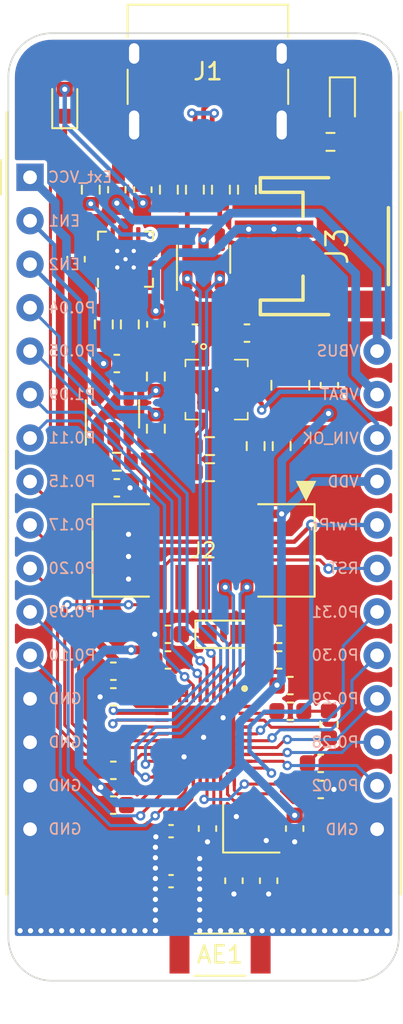
<source format=kicad_pcb>
(kicad_pcb (version 20211014) (generator pcbnew)
  (layers (0 "F.Cu" signal) (31 "B.Cu" signal) (34 "B.Paste" user) (35 "F.Paste" user) (36 "B.SilkS" user "B.Silkscreen") (37 "F.SilkS" user "F.Silkscreen") (38 "B.Mask" user) (39 "F.Mask" user) (44 "Edge.Cuts" user))
  (net 0 "")
  (net 1 "/RST")
  (net 2 "VDD")
  (net 3 "/P0.31")
  (net 4 "GND")
  (net 5 "/P0.04")
  (net 6 "/P0.05")
  (net 7 "/P0.30")
  (net 8 "/P0.29")
  (net 9 "/P0.28")
  (net 10 "/P0.02")
  (net 11 "VIN_OK")
  (net 12 "/P1.09")
  (net 13 "/P0.11")
  (net 14 "/P0.15")
  (net 15 "/P0.17")
  (net 16 "/P0.20")
  (net 17 "/P0.09")
  (net 18 "/P0.10")
  (net 19 "VBUS")
  (net 20 "EN2")
  (net 21 "VBAT")
  (net 22 "/RF")
  (net 23 "Net-(C1-Pad2)")
  (net 24 "Net-(C2-Pad2)")
  (net 25 "Net-(C4-Pad2)")
  (net 26 "Net-(C8-Pad2)")
  (net 27 "Net-(C10-Pad1)")
  (net 28 "VDDH")
  (net 29 "Net-(C14-Pad2)")
  (net 30 "Net-(C15-Pad2)")
  (net 31 "Net-(C18-Pad2)")
  (net 32 "Net-(C19-Pad2)")
  (net 33 "Net-(C20-Pad2)")
  (net 34 "Net-(C21-Pad2)")
  (net 35 "EXT_VCC")
  (net 36 "Net-(D1-Pad1)")
  (net 37 "Net-(R4-Pad1)")
  (net 38 "Net-(D2-Pad2)")
  (net 39 "Net-(FB1-Pad1)")
  (net 40 "D-")
  (net 41 "D+")
  (net 42 "/SWDIO")
  (net 43 "/SWDCLK")
  (net 44 "/PwrPn")
  (net 45 "Net-(IC1-Pad39)")
  (net 46 "EN1")
  (net 47 "Net-(IC2-Pad7)")
  (net 48 "Net-(IC2-Pad8)")
  (net 49 "Net-(IC2-Pad9)")
  (net 50 "Net-(IC2-Pad13)")
  (net 51 "Net-(J1-PadA5)")
  (net 52 "DBus+")
  (net 53 "DBus-")
  (net 55 "Net-(J1-PadB5)")
  (net 59 "Net-(L1-Pad2)")
  (net 60 "Net-(R3-Pad1)")
  (net 61 "/DP")
  (net 62 "/DN")
  (net 67 "Net-(R1-Pad1)")
  (footprint "Capacitor_SMD:C_0603_1608Metric" (layer "F.Cu") (at 178.054 96.266 90)
    (fp_text reference "C16" hide)
    (fp_text value "0.1uF")
  )
  (footprint "Resistor_SMD:R_0603_1608Metric" (layer "F.Cu") (at 173.736 58.928 -90)
    (fp_text reference "R15" hide)
    (fp_text value "22")
  )
  (footprint "Resistor_SMD:R_0603_1608Metric" (layer "F.Cu") (at 177.292 73.914 -90)
    (fp_text reference "R9" hide)
    (fp_text value "3.65M")
  )
  (footprint "Resistor_SMD:R_0603_1608Metric" (layer "F.Cu") (at 167.64 74.8284)
    (fp_text reference "R5" hide)
    (fp_text value "1M")
  )
  (footprint "nrf52833-breakout:2450AT42A100E" (layer "F.Cu") (at 173.685 103.632 180)
    (fp_text reference "AE1")
    (fp_text value "Antenna_Chip" hide)
  )
  (footprint "Capacitor_SMD:C_0603_1608Metric" (layer "F.Cu") (at 177.1396 84.9122 180)
    (fp_text reference "C1" hide)
    (fp_text value "C_Small")
  )
  (footprint "Capacitor_SMD:C_0603_1608Metric" (layer "F.Cu") (at 170.6372 84.9122)
    (fp_text reference "C2" hide)
    (fp_text value "C_Small")
  )
  (footprint "Resistor_SMD:R_0603_1608Metric" (layer "F.Cu") (at 169.926 69.85 -90)
    (fp_text reference "R8" hide)
    (fp_text value "10K")
  )
  (footprint "Package_DFN_QFN:VQFN-16-1EP_3x3mm_P0.5mm_EP1.6x1.6mm" (layer "F.Cu") (at 168.148 62.992 90)
    (fp_text reference "U1" hide)
    (fp_text value "BQ24075RGT")
  )
  (footprint "LED_SMD:LED_0603_1608Metric" (layer "F.Cu") (at 164.592 53.848 90)
    (fp_text reference "D1" hide)
    (fp_text value "Orange")
  )
  (footprint "Connector_USB:USB_C_Receptacle_HRO_TYPE-C-31-M-12" (layer "F.Cu") (at 172.974 52.018 180)
    (fp_text reference "J1")
    (fp_text value "USB_C_Receptacle_USB2.0")
  )
  (footprint "Resistor_SMD:R_0603_1608Metric" (layer "F.Cu") (at 166.878 66.802 -90)
    (fp_text reference "R1" hide)
    (fp_text value "1.67K")
  )
  (footprint "Package_TO_SOT_SMD:SOT-23-5" (layer "F.Cu") (at 167.386 72.0344 90)
    (fp_text reference "U2" hide)
    (fp_text value "AP2112K-3.3")
  )
  (footprint "Capacitor_SMD:C_0603_1608Metric" (layer "F.Cu") (at 165.2524 62.992 -90)
    (fp_text reference "C7" hide)
    (fp_text value "1uF")
  )
  (footprint "Capacitor_SMD:C_0603_1608Metric" (layer "F.Cu") (at 172.9486 96.266 90)
    (fp_text reference "C14" hide)
    (fp_text value "100pF")
  )
  (footprint "Resistor_SMD:R_0603_1608Metric" (layer "F.Cu") (at 180.149 56.134 180)
    (fp_text reference "R16" hide)
    (fp_text value "1K")
  )
  (footprint "Capacitor_SMD:C_0603_1608Metric" (layer "F.Cu") (at 176.53 99.314 90)
    (fp_text reference "C19" hide)
    (fp_text value "C_Small")
  )
  (footprint "nrf52833-breakout:RGY_S-PVQFN-N14_" (layer "F.Cu") (at 173.482 70.612 -90)
    (fp_text reference "IC2" hide)
    (fp_text value "TPS62736RGYR" hide)
  )
  (footprint "Inductor_SMD:L_0402_1005Metric" (layer "F.Cu") (at 171.2976 100.7872 -90)
    (fp_text reference "L4" hide)
    (fp_text value "2.2nH")
  )
  (footprint "nrf52833-breakout:2X05_1.27MM_BOX_POSTS" (layer "F.Cu") (at 172.72 80.01 180)
    (fp_text reference "J2")
    (fp_text value "Conn_02x05_Odd_Even")
  )
  (footprint "Resistor_SMD:R_0603_1608Metric" (layer "F.Cu") (at 173.101 75.438)
    (fp_text reference "R10" hide)
    (fp_text value "6.34M")
  )
  (footprint "Resistor_SMD:R_0603_1608Metric" (layer "F.Cu") (at 170.688 58.928 90)
    (fp_text reference "R7" hide)
    (fp_text value "5.1K")
  )
  (footprint "Inductor_SMD:L_0603_1608Metric" (layer "F.Cu") (at 180.0606 90.17 90)
    (fp_text reference "L1" hide)
    (fp_text value "15nH")
  )
  (footprint "Capacitor_SMD:C_0603_1608Metric" (layer "F.Cu") (at 179.578 92.456)
    (fp_text reference "C9" hide)
    (fp_text value "1uF")
  )
  (footprint "nrf52833-breakout:QFN40P500X500X90-41N-D" (layer "F.Cu") (at 172.72 90.932 -90)
    (fp_text reference "IC1" hide)
    (fp_text value "nRF52833-QDAA-R7" hide)
  )
  (footprint "Inductor_SMD:L_1008_2520Metric" (layer "F.Cu") (at 177.8 70.358 -90)
    (fp_text reference "L5" hide)
    (fp_text value "10uH")
  )
  (footprint "Capacitor_SMD:C_0603_1608Metric" (layer "F.Cu") (at 169.164 58.928 90)
    (fp_text reference "C12" hide)
    (fp_text value "4.7uF")
  )
  (footprint "Inductor_SMD:L_0603_1608Metric" (layer "F.Cu") (at 177.8 89.408 180)
    (fp_text reference "L2" hide)
    (fp_text value "10uH")
  )
  (footprint "Inductor_SMD:L_0402_1005Metric" (layer "F.Cu") (at 171.2976 97.8686 -90)
    (fp_text reference "L3" hide)
    (fp_text value "4.7nH")
  )
  (footprint "Resistor_SMD:R_0603_1608Metric" (layer "F.Cu") (at 172.212 58.928 90)
    (fp_text reference "R12" hide)
    (fp_text value "22")
  )
  (footprint "Capacitor_SMD:C_0402_1005Metric" (layer "F.Cu") (at 170.8176 96.4184)
    (fp_text reference "C18" hide)
    (fp_text value "1pF")
  )
  (footprint "Capacitor_SMD:C_0603_1608Metric" (layer "F.Cu") (at 167.4368 88.5698)
    (fp_text reference "C8" hide)
    (fp_text value "4.7uF")
  )
  (footprint "Crystal:Crystal_SMD_2012-2Pin_2.0x1.2mm_HandSoldering" (layer "F.Cu") (at 173.8884 84.9122)
    (fp_text reference "Y1" hide)
    (fp_text value "32.768kHz")
  )
  (footprint "Resistor_SMD:R_0603_1608Metric" (layer "F.Cu") (at 169.926 72.898 -90)
    (fp_text reference "R11" hide)
    (fp_text value "10K")
  )
  (footprint "Capacitor_SMD:C_0603_1608Metric" (layer "F.Cu") (at 167.4368 92.8624)
    (fp_text reference "C11" hide)
    (fp_text value "0.1uF")
  )
  (footprint "Capacitor_SMD:C_0603_1608Metric" (layer "F.Cu") (at 174.498 99.314 90)
    (fp_text reference "C20" hide)
    (fp_text value "C_Small")
  )
  (footprint "Crystal:Crystal_SMD_2520-4Pin_2.5x2.0mm" (layer "F.Cu") (at 175.514 96.266)
    (fp_text reference "Y2" hide)
    (fp_text value "32MHz")
  )
  (footprint "Capacitor_SMD:C_0603_1608Metric" (layer "F.Cu") (at 167.64 69.088)
    (fp_text reference "C22" hide)
    (fp_text value "1uF")
  )
  (footprint "Module:Adafruit_Feather" (layer "F.Cu") (at 162.56 58.20325)
    (fp_text reference "A1" hide)
    (fp_text value "Adafruit_Feather_Generic")
  )
  (footprint "Capacitor_SMD:C_0603_1608Metric" (layer "F.Cu") (at 177.1396 86.4108 180)
    (fp_text reference "C4" hide)
    (fp_text value "0.1uF")
  )
  (footprint "Capacitor_SMD:C_0603_1608Metric" (layer "F.Cu") (at 179.578 93.98)
    (fp_text reference "C10" hide)
    (fp_text value "47nF")
  )
  (footprint "Capacitor_SMD:C_0603_1608Metric" (layer "F.Cu") (at 167.4368 94.8944)
    (fp_text reference "C15" hide)
    (fp_text value "820pF")
  )
  (footprint "Capacitor_SMD:C_0603_1608Metric" (layer "F.Cu") (at 180.086 70.358 90)
    (fp_text reference "C25" hide)
    (fp_text value "22uF")
  )
  (footprint "Resistor_SMD:R_0603_1608Metric" (layer "F.Cu") (at 168.402 66.802 -90)
    (fp_text reference "R3" hide)
    (fp_text value "10K")
  )
  (footprint "Capacitor_SMD:C_0603_1608Metric" (layer "F.Cu") (at 172.212 67.31 180)
    (fp_text reference "C24" hide)
    (fp_text value "0.1uF")
  )
  (footprint "Capacitor_SMD:C_0603_1608Metric" (layer "F.Cu") (at 175.26 67.31)
    (fp_text reference "C23" hide)
    (fp_text value "4.7uF")
  )
  (footprint "Resistor_SMD:R_0603_1608Metric" (layer "F.Cu") (at 166.116 58.928 90)
    (fp_text reference "R4" hide)
    (fp_text value "10K")
  )
  (footprint "Package_TO_SOT_SMD:SOT-23-6" (layer "F.Cu") (at 172.72 62.992 90)
    (fp_text reference "U3" hide)
    (fp_text value "USBLC6-2SC6")
  )
  (footprint "Resistor_SMD:R_0603_1608Metric" (layer "F.Cu") (at 175.768 73.914 -90)
    (fp_text reference "R14" hide)
    (fp_text value "3.32M")
  )
  (footprint "Resistor_SMD:R_0603_1608Metric" (layer "F.Cu") (at 173.101 73.914)
    (fp_text reference "R13" hide)
    (fp_text value "6.65M")
  )
  (footprint "Resistor_SMD:R_0603_1608Metric" (layer "F.Cu") (at 175.26 58.928 90)
    (fp_text reference "R6" hide)
    (fp_text value "5.1K")
  )
  (footprint "Capacitor_SMD:C_0603_1608Metric" (layer "F.Cu") (at 177.8 87.9094 180)
    (fp_text reference "C6" hide)
    (fp_text value "1uF")
  )
  (footprint "LED_SMD:LED_0603_1608Metric" (layer "F.Cu") (at 180.848 53.848 -90)
    (fp_text reference "D2" hide)
    (fp_text value "Blue")
  )
  (footprint "Capacitor_SMD:C_0603_1608Metric" (layer "F.Cu") (at 167.4368 87.0712)
    (fp_text reference "C5" hide)
    (fp_text value "4.7uF")
  )
  (footprint "Inductor_SMD:L_0603_1608Metric" (layer "F.Cu") (at 167.64 58.928 -90)
    (fp_text reference "FB1" hide)
    (fp_text value "600 ohm")
  )
  (footprint "Capacitor_SMD:C_0603_1608Metric" (layer "F.Cu") (at 170.6372 86.4108 180)
    (fp_text reference "C3" hide)
    (fp_text value "4.7uF")
  )
  (footprint "nrf52833-breakout:JSTPH2" (layer "F.Cu") (at 180.5432 62.23 -90)
    (fp_text reference "J3")
    (fp_text value "Conn_01x02" hide)
  )
  (footprint "Capacitor_SMD:C_0402_1005Metric" (layer "F.Cu") (at 170.8176 99.3394)
    (fp_text reference "C21" hide)
    (fp_text value "1.2pF")
  )
  (footprint "Capacitor_SMD:C_0603_1608Metric" (layer "F.Cu") (at 167.64 76.3524)
    (fp_text reference "C17" hide)
    (fp_text value "1uF")
  )
  (footprint "Capacitor_SMD:C_0603_1608Metric" (layer "F.Cu") (at 169.926 66.802 -90)
    (fp_text reference "C13" hide)
    (fp_text value "4.7uF")
  )
  (gr_line (start 163.83 49.784) (end 181.61 49.784) (layer "Edge.Cuts") (width 0.1))
  (gr_arc (start 161.29 52.324) (mid 162.033949 50.527949) (end 163.83 49.784) (layer "Edge.Cuts") (width 0.1))
  (gr_arc (start 163.83 105.156) (mid 162.033949 104.412051) (end 161.29 102.616) (layer "Edge.Cuts") (width 0.1))
  (gr_line (start 161.29 52.324) (end 161.29 102.616) (layer "Edge.Cuts") (width 0.1))
  (gr_line (start 163.83 105.156) (end 181.61 105.156) (layer "Edge.Cuts") (width 0.1))
  (gr_arc (start 184.15 102.616) (mid 183.406051 104.412051) (end 181.61 105.156) (layer "Edge.Cuts") (width 0.1))
  (gr_arc (start 181.61 49.784) (mid 183.406051 50.527949) (end 184.15 52.324) (layer "Edge.Cuts") (width 0.1))
  (gr_line (start 184.15 52.324) (end 184.15 102.616) (layer "Edge.Cuts") (width 0.1))
  (gr_text "VDD" (at 181.864 75.9968) (layer "B.SilkS") (effects (font (size 0.635 0.635) (thickness 0.1016)) (justify left mirror)))
  (gr_text "GND" (at 181.864 96.3168) (layer "B.SilkS") (effects (font (size 0.635 0.635) (thickness 0.1016)) (justify left mirror)))
  (gr_text "P0.17" (at 163.576 78.5114) (layer "B.SilkS") (effects (font (size 0.635 0.635) (thickness 0.1016)) (justify right mirror)))
  (gr_text "GND" (at 163.576 88.6714) (layer "B.SilkS") (effects (font (size 0.635 0.635) (thickness 0.1016)) (justify right mirror)))
  (gr_text "P0.04" (at 163.576 65.8368) (layer "B.SilkS") (effects (font (size 0.635 0.635) (thickness 0.1016)) (justify right mirror)))
  (gr_text "VBUS" (at 181.864 68.3514) (layer "B.SilkS") (effects (font (size 0.635 0.635) (thickness 0.1016)) (justify left mirror)))
  (gr_text "P0.02" (at 181.864 93.7514) (layer "B.SilkS") (effects (font (size 0.635 0.635) (thickness 0.1016)) (justify left mirror)))
  (gr_text "P0.28" (at 181.864 91.2114) (layer "B.SilkS") (effects (font (size 0.635 0.635) (thickness 0.1016)) (justify left mirror)))
  (gr_text "P0.10" (at 163.576 86.1314) (layer "B.SilkS") (effects (font (size 0.635 0.635) (thickness 0.1016)) (justify right mirror)))
  (gr_text "VIN_OK" (at 181.864 73.4568) (layer "B.SilkS") (effects (font (size 0.635 0.635) (thickness 0.1016)) (justify left mirror)))
  (gr_text "P0.05" (at 163.576 68.3514) (layer "B.SilkS") (effects (font (size 0.635 0.635) (thickness 0.1016)) (justify right mirror)))
  (gr_text "P0.15" (at 163.576 75.9714) (layer "B.SilkS") (effects (font (size 0.635 0.635) (thickness 0.1016)) (justify right mirror)))
  (gr_text "GND" (at 163.576 91.2114) (layer "B.SilkS") (effects (font (size 0.635 0.635) (thickness 0.1016)) (justify right mirror)))
  (gr_text "Ext_VCC" (at 163.5506 58.1914) (layer "B.SilkS") (effects (font (size 0.635 0.635) (thickness 0.1016)) (justify right mirror)))
  (gr_text "P0.11" (at 163.576 73.4314) (layer "B.SilkS") (effects (font (size 0.635 0.635) (thickness 0.1016)) (justify right mirror)))
  (gr_text "EN1\n" (at 163.576 60.7568) (layer "B.SilkS") (effects (font (size 0.635 0.635) (thickness 0.1016)) (justify right mirror)))
  (gr_text "P0.09" (at 163.576 83.5914) (layer "B.SilkS") (effects (font (size 0.635 0.635) (thickness 0.1016)) (justify right mirror)))
  (gr_text "P1.09" (at 163.576 70.8914) (layer "B.SilkS") (effects (font (size 0.635 0.635) (thickness 0.1016)) (justify right mirror)))
  (gr_text "VBAT" (at 181.864 70.8914) (layer "B.SilkS") (effects (font (size 0.635 0.635) (thickness 0.1016)) (justify left mirror)))
  (gr_text "P0.30" (at 181.864 86.1314) (layer "B.SilkS") (effects (font (size 0.635 0.635) (thickness 0.1016)) (justify left mirror)))
  (gr_text "P0.29" (at 181.864 88.6714) (layer "B.SilkS") (effects (font (size 0.635 0.635) (thickness 0.1016)) (justify left mirror)))
  (gr_text "P0.31" (at 181.864 83.6168) (layer "B.SilkS") (effects (font (size 0.635 0.635) (thickness 0.1016)) (justify left mirror)))
  (gr_text "P0.20" (at 163.576 81.0514) (layer "B.SilkS") (effects (font (size 0.635 0.635) (thickness 0.1016)) (justify right mirror)))
  (gr_text "GND" (at 163.576 93.7514) (layer "B.SilkS") (effects (font (size 0.635 0.635) (thickness 0.1016)) (justify right mirror)))
  (gr_text "GND" (at 163.576 96.2914) (layer "B.SilkS") (effects (font (size 0.635 0.635) (thickness 0.1016)) (justify right mirror)))
  (gr_text "RST" (at 181.864 81.0514) (layer "B.SilkS") (effects (font (size 0.635 0.635) (thickness 0.1016)) (justify left mirror)))
  (gr_text "EN2" (at 163.576 63.2968) (layer "B.SilkS") (effects (font (size 0.635 0.635) (thickness 0.1016)) (justify right mirror)))
  (gr_text "PwrPn" (at 181.864 78.5114) (layer "B.SilkS") (effects (font (size 0.635 0.635) (thickness 0.1016)) (justify left mirror)))
  (segment (start 164.592 83.3284) (end 164.592 90.22258) (width 0.1778) (layer "F.Cu") (net 1))
  (segment (start 179.5272 80.5688) (end 170.7834 80.5688) (width 0.1778) (layer "F.Cu") (net 1))
  (segment (start 168.288952 91.132) (end 170.27 91.132) (width 0.1778) (layer "F.Cu") (net 1))
  (segment (start 168.3258 83.185) (end 170.18 83.185) (width 0.1778) (layer "F.Cu") (net 1))
  (segment (start 165.88562 91.5162) (end 167.904752 91.5162) (width 0.1778) (layer "F.Cu") (net 1))
  (segment (start 164.592 90.22258) (end 165.88562 91.5162) (width 0.1778) (layer "F.Cu") (net 1))
  (segment (start 167.904752 91.5162) (end 168.288952 91.132) (width 0.1778) (layer "F.Cu") (net 1))
  (segment (start 164.7354 83.185) (end 164.592 83.3284) (width 0.1778) (layer "F.Cu") (net 1))
  (segment (start 180.0352 81.0768) (end 179.5272 80.5688) (width 0.1778) (layer "F.Cu") (net 1))
  (segment (start 170.7834 80.5688) (end 170.18 81.1722) (width 0.1778) (layer "F.Cu") (net 1))
  (via (at 180.0352 81.0768) (size 0.6096) (drill 0.3048) (layers "F.Cu" "B.Cu") (net 1))
  (via (at 168.3258 83.185) (size 0.5588) (drill 0.2794) (layers "F.Cu" "B.Cu") (net 1))
  (via (at 164.7354 83.185) (size 0.5588) (drill 0.2794) (layers "F.Cu" "B.Cu") (net 1))
  (segment (start 180.0352 81.0768) (end 180.04875 81.06325) (width 0.1778) (layer "B.Cu") (net 1))
  (segment (start 180.04875 81.06325) (end 182.88 81.06325) (width 0.1778) (layer "B.Cu") (net 1))
  (segment (start 164.7354 83.185) (end 168.3258 83.185) (width 0.1778) (layer "B.Cu") (net 1))
  (segment (start 174.52 94.0274) (end 174.52 93.382) (width 0.1778) (layer "F.Cu") (net 2))
  (segment (start 177.01542 87.884) (end 175.76742 89.132) (width 0.1778) (layer "F.Cu") (net 2))
  (segment (start 175.76742 89.132) (end 175.17 89.132) (width 0.1778) (layer "F.Cu") (net 2))
  (segment (start 171.32 87.907106) (end 171.32 88.482) (width 0.1778) (layer "F.Cu") (net 2))
  (segment (start 174.7266 94.234) (end 174.52 94.0274) (width 0.1778) (layer "F.Cu") (net 2))
  (segment (start 169.8622 86.449306) (end 171.32 87.907106) (width 0.1778) (layer "F.Cu") (net 2))
  (segment (start 176.911 94.234) (end 174.7266 94.234) (width 0.1778) (layer "F.Cu") (net 2))
  (segment (start 169.087502 91.932) (end 170.27 91.932) (width 0.1778) (layer "F.Cu") (net 2))
  (segment (start 169.278 85.8266) (end 169.8622 86.4108) (width 0.508) (layer "F.Cu") (net 2))
  (segment (start 177.292 77.8764) (end 175.2764 77.8764) (width 0.508) (layer "F.Cu") (net 2))
  (segment (start 178.054 95.377) (end 176.911 94.234) (width 0.1778) (layer "F.Cu") (net 2))
  (segment (start 171.32 88.482) (end 171.72 88.482) (width 0.1778) (layer "F.Cu") (net 2))
  (segment (start 167.2212 93.853) (end 168.2118 92.8624) (width 0.508) (layer "F.Cu") (net 2))
  (segment (start 166.7002 93.853) (end 167.2212 93.853) (width 0.508) (layer "F.Cu") (net 2))
  (segment (start 168.4782 85.8266) (end 169.278 85.8266) (width 0.508) (layer "F.Cu") (net 2))
  (segment (start 168.2118 92.807702) (end 169.087502 91.932) (width 0.1778) (layer "F.Cu") (net 2))
  (via (at 178.054 95.491) (size 0.6096) (drill 0.3048) (layers "F.Cu" "B.Cu") (net 2))
  (via (at 177.292 77.8764) (size 0.6096) (drill 0.3048) (layers "F.Cu" "B.Cu") (net 2))
  (via (at 177.01542 87.884) (size 0.6096) (drill 0.3048) (layers "F.Cu" "B.Cu") (net 2))
  (via (at 180.0352 72.009) (size 0.6096) (drill 0.3048) (layers "F.Cu" "B.Cu") (net 2))
  (via (at 168.4782 85.8266) (size 0.6096) (drill 0.3048) (layers "F.Cu" "B.Cu") (net 2))
  (via (at 166.7002 93.853) (size 0.6096) (drill 0.3048) (layers "F.Cu" "B.Cu") (net 2))
  (segment (start 174.8282 90.07122) (end 174.8282 91.0082) (width 0.508) (layer "B.Cu") (net 2))
  (segment (start 177.01542 87.884) (end 174.8282 90.07122) (width 0.508) (layer "B.Cu") (net 2))
  (segment (start 180.0352 72.009) (end 177.292 74.7522) (width 0.508) (layer "B.Cu") (net 2))
  (segment (start 165.4302 87.3506) (end 166.9542 85.8266) (width 0.508) (layer "B.Cu") (net 2))
  (segment (start 174.8282 91.0082) (end 174.8282 92.71) (width 0.508) (layer "B.Cu") (net 2))
  (segment (start 177.279 77.8894) (end 177.279 87.62042) (width 0.508) (layer "B.Cu") (net 2))
  (segment (start 172.4152 93.8022) (end 171.45 94.7674) (width 0.508) (layer "B.Cu") (net 2))
  (segment (start 179.18515 75.98325) (end 182.88 75.98325) (width 0.508) (layer "B.Cu") (net 2))
  (segment (start 177.292 77.8764) (end 179.18515 75.98325) (width 0.508) (layer "B.Cu") (net 2))
  (segment (start 166.9542 85.8266) (end 168.4782 85.8266) (width 0.508) (layer "B.Cu") (net 2))
  (segment (start 174.8282 91.0082) (end 174.8282 92.2652) (width 0.508) (layer "B.Cu") (net 2))
  (segment (start 171.45 94.7674) (end 167.6146 94.7674) (width 0.508) (layer "B.Cu") (net 2))
  (segment (start 174.8282 92.2652) (end 178.054 95.491) (width 0.508) (layer "B.Cu") (net 2))
  (segment (start 165.4302 92.583) (end 165.4302 87.3506) (width 0.508) (layer "B.Cu") (net 2))
  (segment (start 177.279 87.62042) (end 177.01542 87.884) (width 0.508) (layer "B.Cu") (net 2))
  (segment (start 177.292 74.7522) (end 177.292 77.8764) (width 0.508) (layer "B.Cu") (net 2))
  (segment (start 174.8282 92.71) (end 173.736 93.8022) (width 0.508) (layer "B.Cu") (net 2))
  (segment (start 177.292 77.8764) (end 177.279 77.8894) (width 0.508) (layer "B.Cu") (net 2))
  (segment (start 173.736 93.8022) (end 172.4152 93.8022) (width 0.508) (layer "B.Cu") (net 2))
  (segment (start 167.6146 94.7674) (end 165.4302 92.583) (width 0.508) (layer "B.Cu") (net 2))
  (segment (start 175.841 90.732) (end 176.052304 90.520696) (width 0.1778) (layer "F.Cu") (net 3))
  (segment (start 175.17 90.732) (end 175.841 90.732) (width 0.1778) (layer "F.Cu") (net 3))
  (via (at 176.052304 90.520696) (size 0.5588) (drill 0.2794) (layers "F.Cu" "B.Cu") (net 3))
  (segment (start 179.9336 89.9414) (end 180.8988 88.9762) (width 0.1778) (layer "B.Cu") (net 3))
  (segment (start 180.8988 85.58445) (end 182.88 83.60325) (width 0.1778) (layer "B.Cu") (net 3))
  (segment (start 176.6316 89.9414) (end 179.9336 89.9414) (width 0.1778) (layer "B.Cu") (net 3))
  (segment (start 176.052304 90.520696) (end 176.6316 89.9414) (width 0.1778) (layer "B.Cu") (net 3))
  (segment (start 180.8988 88.9762) (end 180.8988 85.58445) (width 0.1778) (layer "B.Cu") (net 3))
  (segment (start 168.898 63.742) (end 168.148 62.992) (width 0.2032) (layer "F.Cu") (net 4))
  (segment (start 167.898 63.242) (end 166.7105 63.242) (width 0.2032) (layer "F.Cu") (net 4))
  (segment (start 169.5339 62.2936) (end 169.5855 62.242) (width 0.2032) (layer "F.Cu") (net 4))
  (segment (start 168.898 64.4295) (end 168.898 63.742) (width 0.2032) (layer "F.Cu") (net 4))
  (segment (start 169.5855 63.742) (end 168.898 63.742) (width 0.2032) (layer "F.Cu") (net 4))
  (segment (start 168.8464 62.2936) (end 169.5339 62.2936) (width 0.2032) (layer "F.Cu") (net 4))
  (via (at 171.577 92.075) (size 0.6096) (drill 0.3048) (layers "F.Cu" "B.Cu") (net 4))
  (via (at 165.6334 102.235) (size 0.6096) (drill 0.3048) (layers "F.Cu" "B.Cu") (net 4))
  (via (at 169.9006 97.3582) (size 0.6096) (drill 0.3048) (layers "F.Cu" "B.Cu") (net 4))
  (via (at 169.9006 99.7966) (size 0.6096) (drill 0.3048) (layers "F.Cu" "B.Cu") (net 4))
  (via (at 169.9006 99.1875) (size 0.6096) (drill 0.3048) (layers "F.Cu" "B.Cu") (net 4))
  (via (at 169.9006 102.235) (size 0.6096) (drill 0.3048) (layers "F.Cu" "B.Cu") (net 4))
  (via (at 168.3258 79.0702) (size 0.6096) (drill 0.3048) (layers "F.Cu" "B.Cu") (net 4))
  (via (at 177.3687 102.235) (size 0.6096) (drill 0.3048) (layers "F.Cu" "B.Cu") (net 4))
  (via (at 169.9006 101.6259) (size 0.6096) (drill 0.3048) (layers "F.Cu" "B.Cu") (net 4))
  (via (at 172.72 90.932) (size 0.6096) (drill 0.3048) (layers "F.Cu" "B.Cu") (net 4))
  (via (at 174.498 100.089) (size 0.6096) (drill 0.3048) (layers "F.Cu" "B.Cu") (net 4))
  (via (at 172.4914 99.2124) (size 0.5588) (drill 0.2794) (layers "F.Cu" "B.Cu") (net 4))
  (via (at 169.9006 101.0158) (size 0.6096) (drill 0.3048) (layers "F.Cu" "B.Cu") (net 4))
  (via (at 165.0243 102.235) (size 0.6096) (drill 0.3048) (layers "F.Cu" "B.Cu") (net 4))
  (via (at 183.4642 102.235) (size 0.6096) (drill 0.3048) (layers "F.Cu" "B.Cu") (net 4))
  (via (at 168.148 62.992) (size 0.508) (drill 0.254) (layers "F.Cu" "B.Cu") (net 4))
  (via (at 161.9758 102.235) (size 0.6096) (drill 0.3048) (layers "F.Cu" "B.Cu") (net 4))
  (via (at 166.6618 88.5698) (size 0.6096) (drill 0.3048) (layers "F.Cu" "B.Cu") (net 4))
  (via (at 173.482 70.612) (size 0.508) (drill 0.254) (layers "F.Cu" "B.Cu") (net 4))
  (via (at 163.195 102.235) (size 0.6096) (drill 0.3048) (layers "F.Cu" "B.Cu") (net 4))
  (via (at 169.926 96.7486) (size 0.6096) (drill 0.3048) (layers "F.Cu" "B.Cu") (net 4))
  (via (at 168.415 76.3524) (size 0.6096) (drill 0.3048) (layers "F.Cu" "B.Cu") (net 4))
  (via (at 172.4914 101.6254) (size 0.6096) (drill 0.3048) (layers "F.Cu" "B.Cu") (net 4))
  (via (at 176.7586 102.235) (size 0.6096) (drill 0.3048) (layers "F.Cu" "B.Cu") (net 4))
  (via (at 164.4142 102.235) (size 0.6096) (drill 0.3048) (layers "F.Cu" "B.Cu") (net 4))
  (via (at 168.6306 63.4746) (size 0.508) (drill 0.254) (layers "F.Cu" "B.Cu") (net 4))
  (via (at 172.4914 99.7971) (size 0.6096) (drill 0.3048) (layers "F.Cu" "B.Cu") (net 4))
  (via (at 169.8622 84.9122) (size 0.6096) (drill 0.3048) (layers "F.Cu" "B.Cu") (net 4))
  (via (at 179.197 102.235) (size 0.6096) (drill 0.3048) (layers "F.Cu" "B.Cu") (net 4))
  (via (at 178.5879 102.235) (size 0.6096) (drill 0.3048) (layers "F.Cu" "B.Cu") (net 4))
  (via (at 169.2905 102.235) (size 0.6096) (drill 0.3048) (layers "F.Cu" "B.Cu") (net 4))
  (via (at 172.9486 97.041) (size 0.6096) (drill 0.3048) (layers "F.Cu" "B.Cu") (net 4))
  (via (at 163.8051 102.235) (size 0.6096) (drill 0.3048) (layers "F.Cu" "B.Cu") (net 4))
  (via (at 173.101 102.235) (size 0.6096) (drill 0.3048) (layers "F.Cu" "B.Cu") (net 4))
  (via (at 176.1495 102.235) (size 0.6096) (drill 0.3048) (layers "F.Cu" "B.Cu") (net 4))
  (via (at 174.9298 102.235) (size 0.6096) (drill 0.3048) (layers "F.Cu" "B.Cu") (net 4))
  (via (at 169.9006 97.9683) (size 0.6096) (drill 0.3048) (layers "F.Cu" "B.Cu") (net 4))
  (via (at 172.4914 98.6282) (size 0.6096) (drill 0.3048) (layers "F.Cu" "B.Cu") (net 4))
  (via (at 168.0718 102.235) (size 0.6096) (drill 0.3048) (layers "F.Cu" "B.Cu") (net 4))
  (via (at 174.639 95.566) (size 0.6096) (drill 0.3048) (layers "F.Cu" "B.Cu") (net 4))
  (via (at 168.3258 81.6864) (size 0.6096) (drill 0.3048) (layers "F.Cu" "B.Cu") (net 4))
  (via (at 182.8541 102.235) (size 0.6096) (drill 0.3048) (layers "F.Cu" "B.Cu") (net 4))
  (via (at 176.53 100.089) (size 0.6096) (drill 0.3048) (layers "F.Cu" "B.Cu") (net 4))
  (via (at 178.054 97.041) (size 0.6096) (drill 0.3048) (layers "F.Cu" "B.Cu") (net 4))
  (via (at 162.5859 102.235) (size 0.6096) (drill 0.3048) (layers "F.Cu" "B.Cu") (net 4))
  (via (at 167.6654 62.5094) (size 0.508) (drill 0.254) (layers "F.Cu" "B.Cu") (net 4))
  (via (at 180.353 93.98) (size 0.6096) (drill 0.3048) (layers "F.Cu" "B.Cu") (net 4))
  (via (at 179.8071 102.235) (size 0.6096) (drill 0.3048) (layers "F.Cu" "B.Cu") (net 4))
  (via (at 167.6654 63.4746) (size 0.508) (drill 0.254) (layers "F.Cu" "B.Cu") (net 4))
  (via (at 177.9778 102.235) (size 0.6096) (drill 0.3048) (layers "F.Cu" "B.Cu") (net 4))
  (via (at 169.9006 100.4067) (size 0.6096) (drill 0.3048) (layers "F.Cu" "B.Cu") (net 4))
  (via (at 172.4914 100.4062) (size 0.6096) (drill 0.3048) (layers "F.Cu" "B.Cu") (net 4))
  (via (at 180.4162 102.235) (size 0.6096) (drill 0.3048) (layers "F.Cu" "B.Cu") (net 4))
  (via (at 172.4919 102.235) (size 0.6096) (drill 0.3048) (layers "F.Cu" "B.Cu") (net 4))
  (via (at 181.6354 102.235) (size 0.6096) (drill 0.3048) (layers "F.Cu" "B.Cu") (net 4))
  (via (at 172.4914 98.0186) (size 0.6096) (drill 0.3048) (layers "F.Cu" "B.Cu") (net 4))
  (via (at 173.7111 102.235) (size 0.6096) (drill 0.3048) (layers "F.Cu" "B.Cu") (net 4))
  (via (at 168.3258 80.3656) (size 0.6096) (drill 0.3048) (layers "F.Cu" "B.Cu") (net 4))
  (via (at 166.2435 102.235) (size 0.6096) (drill 0.3048) (layers "F.Cu" "B.Cu") (net 4))
  (via (at 175.5394 102.235) (size 0.6096) (drill 0.3048) (layers "F.Cu" "B.Cu") (net 4))
  (via (at 166.8526 102.235) (size 0.6096) (drill 0.3048) (layers "F.Cu" "B.Cu") (net 4))
  (via (at 176.389 96.966) (size 0.6096) (drill 0.3048) (layers "F.Cu" "B.Cu") (net 4))
  (via (at 174.3197 102.235) (size 0.6096) (drill 0.3048) (layers "F.Cu" "B.Cu") (net 4))
  (via (at 168.6819 102.235) (size 0.6096) (drill 0.3048) (layers "F.Cu" "B.Cu") (net 4))
  (via (at 173.863 89.789) (size 0.6096) (drill 0.3048) (layers "F.Cu" "B.Cu") (net 4))
  (via (at 167.4627 102.235) (size 0.6096) (drill 0.3048) (layers "F.Cu" "B.Cu") (net 4))
  (via (at 172.4914 101.0163) (size 0.6096) (drill 0.3048) (layers "F.Cu" "B.Cu") (net 4))
  (via (at 182.2455 102.235) (size 0.6096) (drill 0.3048) (layers "F.Cu" "B.Cu") (net 4))
  (via (at 168.6306 62.5094) (size 0.508) (drill 0.254) (layers "F.Cu" "B.Cu") (net 4))
  (via (at 181.0263 102.235) (size 0.6096) (drill 0.3048) (layers "F.Cu" "B.Cu") (net 4))
  (via (at 169.9006 98.5774) (size 0.6096) (drill 0.3048) (layers "F.Cu" "B.Cu") (net 4))
  (segment (start 173.32 86.179047) (end 173.32 88.482) (width 0.1778) (layer "F.Cu") (net 5))
  (segment (start 173.1522 86.011247) (end 173.32 86.179047) (width 0.1778) (layer "F.Cu") (net 5))
  (via (at 173.1522 86.011247) (size 0.5588) (drill 0.2794) (layers "F.Cu" "B.Cu") (net 5))
  (segment (start 171.7548 76.6826) (end 164.27535 69.20315) (width 0.1778) (layer "B.Cu") (net 5))
  (segment (start 171.7548 84.613847) (end 171.7548 76.6826) (width 0.1778) (layer "B.Cu") (net 5))
  (segment (start 164.27535 67.5386) (end 162.56 65.82325) (width 0.1778) (layer "B.Cu") (net 5))
  (segment (start 164.27535 69.20315) (end 164.27535 67.5386) (width 0.1778) (layer "B.Cu") (net 5))
  (segment (start 173.1522 86.011247) (end 171.7548 84.613847) (width 0.1778) (layer "B.Cu") (net 5))
  (segment (start 172.92 86.858316) (end 172.92 88.482) (width 0.1778) (layer "F.Cu") (net 6))
  (segment (start 172.520923 86.459239) (end 172.92 86.858316) (width 0.1778) (layer "F.Cu") (net 6))
  (via (at 172.520923 86.459239) (size 0.5588) (drill 0.2794) (layers "F.Cu" "B.Cu") (net 6))
  (segment (start 162.74965 68.36325) (end 171.3198 76.9334) (width 0.1778) (layer "B.Cu") (net 6))
  (segment (start 171.3198 85.258116) (end 172.520923 86.459239) (width 0.1778) (layer "B.Cu") (net 6))
  (segment (start 171.3198 76.9334) (end 171.3198 85.258116) (width 0.1778) (layer "B.Cu") (net 6))
  (segment (start 162.56 68.36325) (end 162.74965 68.36325) (width 0.1778) (layer "B.Cu") (net 6))
  (segment (start 176.7332 90.9642) (end 176.5654 91.132) (width 0.1778) (layer "F.Cu") (net 7))
  (segment (start 176.5654 91.132) (end 175.17 91.132) (width 0.1778) (layer "F.Cu") (net 7))
  (via (at 176.7332 90.9642) (size 0.5588) (drill 0.2794) (layers "F.Cu" "B.Cu") (net 7))
  (segment (start 181.4068 87.61645) (end 182.88 86.14325) (width 0.1778) (layer "B.Cu") (net 7))
  (segment (start 176.7332 90.9642) (end 177.203003 90.494397) (width 0.1778) (layer "B.Cu") (net 7))
  (segment (start 177.203003 90.494397) (end 180.193403 90.494397) (width 0.1778) (layer "B.Cu") (net 7))
  (segment (start 181.4068 89.281) (end 181.4068 87.61645) (width 0.1778) (layer "B.Cu") (net 7))
  (segment (start 180.193403 90.494397) (end 181.4068 89.281) (width 0.1778) (layer "B.Cu") (net 7))
  (segment (start 177.491503 91.062697) (end 177.0222 91.532) (width 0.1778) (layer "F.Cu") (net 8))
  (segment (start 177.6222 91.062697) (end 177.491503 91.062697) (width 0.1778) (layer "F.Cu") (net 8))
  (segment (start 177.0222 91.532) (end 175.17 91.532) (width 0.1778) (layer "F.Cu") (net 8))
  (via (at 177.6222 91.062697) (size 0.5588) (drill 0.2794) (layers "F.Cu" "B.Cu") (net 8))
  (segment (start 177.6222 91.062697) (end 180.500553 91.062697) (width 0.1778) (layer "B.Cu") (net 8))
  (segment (start 180.500553 91.062697) (end 182.88 88.68325) (width 0.1778) (layer "B.Cu") (net 8))
  (segment (start 177.5112 91.932) (end 175.17 91.932) (width 0.1778) (layer "F.Cu") (net 9))
  (segment (start 177.6222 91.821) (end 177.5112 91.932) (width 0.1778) (layer "F.Cu") (net 9))
  (via (at 177.6222 91.821) (size 0.5588) (drill 0.2794) (layers "F.Cu" "B.Cu") (net 9))
  (segment (start 181.42035 91.22325) (end 182.88 91.22325) (width 0.1778) (layer "B.Cu") (net 9))
  (segment (start 177.6222 91.821) (end 180.8226 91.821) (width 0.1778) (layer "B.Cu") (net 9))
  (segment (start 180.8226 91.821) (end 181.42035 91.22325) (width 0.1778) (layer "B.Cu") (net 9))
  (segment (start 177.6222 92.583) (end 177.3712 92.332) (width 0.1778) (layer "F.Cu") (net 10))
  (segment (start 177.3712 92.332) (end 175.17 92.332) (width 0.1778) (layer "F.Cu") (net 10))
  (via (at 177.6222 92.583) (size 0.5588) (drill 0.2794) (layers "F.Cu" "B.Cu") (net 10))
  (segment (start 181.69975 92.583) (end 182.88 93.76325) (width 0.1778) (layer "B.Cu") (net 10))
  (segment (start 177.6222 92.583) (end 181.69975 92.583) (width 0.1778) (layer "B.Cu") (net 10))
  (segment (start 175.8033 71.112) (end 175.207 71.112) (width 0.25) (layer "F.Cu") (net 11))
  (segment (start 176.1236 71.8069) (end 176.1236 71.4323) (width 0.25) (layer "F.Cu") (net 11))
  (segment (start 176.1236 71.4323) (end 175.8033 71.112) (width 0.25) (layer "F.Cu") (net 11))
  (via (at 176.1236 71.8069) (size 0.5588) (drill 0.2794) (layers "F.Cu" "B.Cu") (net 11))
  (segment (start 181.0004 70.739) (end 182.88 72.6186) (width 0.25) (layer "B.Cu") (net 11))
  (segment (start 177.1915 70.739) (end 181.0004 70.739) (width 0.25) (layer "B.Cu") (net 11))
  (segment (start 176.1236 71.8069) (end 177.1915 70.739) (width 0.25) (layer "B.Cu") (net 11))
  (segment (start 182.88 72.6186) (end 182.88 73.44325) (width 0.25) (layer "B.Cu") (net 11))
  (segment (start 172.52 87.366333) (end 172.52 88.482) (width 0.1778) (layer "F.Cu") (net 12))
  (segment (start 172.3522 87.198533) (end 172.52 87.366333) (width 0.1778) (layer "F.Cu") (net 12))
  (via (at 172.3522 87.198533) (size 0.5588) (drill 0.2794) (layers "F.Cu" "B.Cu") (net 12))
  (segment (start 170.8658 85.712133) (end 170.8658 77.1398) (width 0.1778) (layer "B.Cu") (net 12))
  (segment (start 163.58955 71.9328) (end 162.56 70.90325) (width 0.1778) (layer "B.Cu") (net 12))
  (segment (start 165.6588 71.9328) (end 163.58955 71.9328) (width 0.1778) (layer "B.Cu") (net 12))
  (segment (start 172.3522 87.198533) (end 170.8658 85.712133) (width 0.1778) (layer "B.Cu") (net 12))
  (segment (start 170.8658 77.1398) (end 165.6588 71.9328) (width 0.1778) (layer "B.Cu") (net 12))
  (segment (start 172.12 87.903408) (end 172.12 88.482) (width 0.1778) (layer "F.Cu") (net 13))
  (segment (start 171.610196 87.393604) (end 172.12 87.903408) (width 0.1778) (layer "F.Cu") (net 13))
  (via (at 171.610196 87.393604) (size 0.5588) (drill 0.2794) (layers "F.Cu" "B.Cu") (net 13))
  (segment (start 170.434 85.180019) (end 170.4559 85.158119) (width 0.1778) (layer "B.Cu") (net 13))
  (segment (start 170.434 86.217408) (end 170.434 85.180019) (width 0.1778) (layer "B.Cu") (net 13))
  (segment (start 163.56245 72.4408) (end 162.56 73.44325) (width 0.1778) (layer "B.Cu") (net 13))
  (segment (start 170.434 84.644381) (end 170.434 77.3684) (width 0.1778) (layer "B.Cu") (net 13))
  (segment (start 170.4559 85.158119) (end 170.4559 84.666281) (width 0.1778) (layer "B.Cu") (net 13))
  (segment (start 165.5064 72.4408) (end 163.56245 72.4408) (width 0.1778) (layer "B.Cu") (net 13))
  (segment (start 170.434 77.3684) (end 165.5064 72.4408) (width 0.1778) (layer "B.Cu") (net 13))
  (segment (start 170.4559 84.666281) (end 170.434 84.644381) (width 0.1778) (layer "B.Cu") (net 13))
  (segment (start 171.610196 87.393604) (end 170.434 86.217408) (width 0.1778) (layer "B.Cu") (net 13))
  (segment (start 163.1188 53.086) (end 164.0586 52.1462) (width 0.1778) (layer "F.Cu") (net 14))
  (segment (start 165.735 82.5754) (end 164.1348 80.9752) (width 0.1778) (layer "F.Cu") (net 14))
  (segment (start 165.4048 84.0994) (end 165.735 83.7692) (width 0.1778) (layer "F.Cu") (net 14))
  (segment (start 165.4048 89.9668) (end 165.4048 84.0994) (width 0.1778) (layer "F.Cu") (net 14))
  (segment (start 164.1348 77.55805) (end 162.56 75.98325) (width 0.1778) (layer "F.Cu") (net 14))
  (segment (start 165.735 83.7692) (end 165.735 82.5754) (width 0.1778) (layer "F.Cu") (net 14))
  (segment (start 164.1348 80.9752) (end 164.1348 77.55805) (width 0.1778) (layer "F.Cu") (net 14))
  (segment (start 170.27 90.332) (end 168.020372 90.332) (width 0.1778) (layer "F.Cu") (net 14))
  (segment (start 163.7538 77.1652) (end 163.7538 56.388) (width 0.1778) (layer "F.Cu") (net 14))
  (segment (start 163.7538 56.388) (end 163.1188 55.753) (width 0.1778) (layer "F.Cu") (net 14))
  (segment (start 179.324 52.959) (end 179.324 56.134) (width 0.1778) (layer "F.Cu") (net 14))
  (segment (start 178.5112 52.1462) (end 179.324 52.959) (width 0.1778) (layer "F.Cu") (net 14))
  (segment (start 167.643705 90.708667) (end 166.146667 90.708667) (width 0.1778) (layer "F.Cu") (net 14))
  (segment (start 168.020372 90.332) (end 167.643705 90.708667) (width 0.1778) (layer "F.Cu") (net 14))
  (segment (start 166.146667 90.708667) (end 165.4048 89.9668) (width 0.1778) (layer "F.Cu") (net 14))
  (segment (start 164.0586 52.1462) (end 178.5112 52.1462) (width 0.1778) (layer "F.Cu") (net 14))
  (segment (start 163.1188 55.753) (end 163.1188 53.086) (width 0.1778) (layer "F.Cu") (net 14))
  (segment (start 165.027 90.12329) (end 165.027 83.8676) (width 0.1778) (layer "F.Cu") (net 15))
  (segment (start 166.03891 91.1352) (end 165.027 90.12329) (width 0.1778) (layer "F.Cu") (net 15))
  (segment (start 163.703 79.66625) (end 162.56 78.52325) (width 0.1778) (layer "F.Cu") (net 15))
  (segment (start 165.027 83.8676) (end 165.3032 83.5914) (width 0.1778) (layer "F.Cu") (net 15))
  (segment (start 170.27 90.732) (end 168.154662 90.732) (width 0.1778) (layer "F.Cu") (net 15))
  (segment (start 167.751462 91.1352) (end 166.03891 91.1352) (width 0.1778) (layer "F.Cu") (net 15))
  (segment (start 163.703 81.2038) (end 163.703 79.66625) (width 0.1778) (layer "F.Cu") (net 15))
  (segment (start 165.3032 83.5914) (end 165.3032 82.804) (width 0.1778) (layer "F.Cu") (net 15))
  (segment (start 165.3032 82.804) (end 163.703 81.2038) (width 0.1778) (layer "F.Cu") (net 15))
  (segment (start 168.154662 90.732) (end 167.751462 91.1352) (width 0.1778) (layer "F.Cu") (net 15))
  (segment (start 162.56 81.06325) (end 164.1671 82.67035) (width 0.1778) (layer "F.Cu") (net 16))
  (segment (start 165.75773 91.9226) (end 168.032642 91.9226) (width 0.1778) (layer "F.Cu") (net 16))
  (segment (start 164.1671 90.33197) (end 165.75773 91.9226) (width 0.1778) (layer "F.Cu") (net 16))
  (segment (start 168.032642 91.9226) (end 168.423242 91.532) (width 0.1778) (layer "F.Cu") (net 16))
  (segment (start 164.1671 82.67035) (end 164.1671 90.33197) (width 0.1778) (layer "F.Cu") (net 16))
  (segment (start 168.423242 91.532) (end 170.27 91.532) (width 0.1778) (layer "F.Cu") (net 16))
  (segment (start 171.313024 93.872501) (end 171.32 93.865525) (width 0.1778) (layer "F.Cu") (net 17))
  (segment (start 171.268362 93.949854) (end 171.313024 93.872501) (width 0.1778) (layer "F.Cu") (net 17))
  (segment (start 170.391254 94.098946) (end 171.126632 94.098946) (width 0.1778) (layer "F.Cu") (net 17))
  (segment (start 169.031863 95.458337) (end 170.391254 94.098946) (width 0.1778) (layer "F.Cu") (net 17))
  (segment (start 171.126632 94.098946) (end 171.268362 93.949854) (width 0.1778) (layer "F.Cu") (net 17))
  (segment (start 169.031863 95.5204) (end 169.031863 95.458337) (width 0.1778) (layer "F.Cu") (net 17))
  (segment (start 171.32 93.865525) (end 171.32 93.382) (width 0.1778) (layer "F.Cu") (net 17))
  (via (at 169.031863 95.5204) (size 0.5588) (drill 0.2794) (layers "F.Cu" "B.Cu") (net 17))
  (segment (start 164.7952 85.83845) (end 162.56 83.60325) (width 0.1778) (layer "B.Cu") (net 17))
  (segment (start 167.4024 95.5204) (end 164.7952 92.9132) (width 0.1778) (layer "B.Cu") (net 17))
  (segment (start 164.7952 92.9132) (end 164.7952 85.83845) (width 0.1778) (layer "B.Cu") (net 17))
  (segment (start 169.031863 95.5204) (end 167.4024 95.5204) (width 0.1778) (layer "B.Cu") (net 17))
  (segment (start 169.8879 95.5167) (end 170.7928 94.6118) (width 0.1778) (layer "F.Cu") (net 18))
  (segment (start 171.72 93.748802) (end 171.72 93.382) (width 0.1778) (layer "F.Cu") (net 18))
  (segment (start 171.14929 94.6118) (end 171.513321 94.247769) (width 0.1778) (layer "F.Cu") (net 18))
  (segment (start 170.7928 94.6118) (end 171.14929 94.6118) (width 0.1778) (layer "F.Cu") (net 18))
  (via (at 169.8879 95.5167) (size 0.5588) (drill 0.2794) (layers "F.Cu" "B.Cu") (net 18))
  (arc (start 171.513321 94.247769) (mid 171.666286 94.018841) (end 171.72 93.748802) (width 0.1778) (layer "F.Cu") (net 18))
  (segment (start 167.259 96.0882) (end 164.338 93.1672) (width 0.1778) (layer "B.Cu") (net 18))
  (segment (start 164.338 87.92125) (end 162.56 86.14325) (width 0.1778) (layer "B.Cu") (net 18))
  (segment (start 169.3164 96.0882) (end 167.259 96.0882) (width 0.1778) (layer "B.Cu") (net 18))
  (segment (start 169.8879 95.5167) (end 169.3164 96.0882) (width 0.1778) (layer "B.Cu") (net 18))
  (segment (start 164.338 93.1672) (end 164.338 87.92125) (width 0.1778) (layer "B.Cu") (net 18))
  (segment (start 164.7828 62.217) (end 165.2524 62.217) (width 0.508) (layer "F.Cu") (net 19))
  (segment (start 164.7698 77.2922) (end 164.3234 76.8458) (width 0.508) (layer "F.Cu") (net 19))
  (segment (start 166.37 82.3214) (end 164.7698 80.7212) (width 0.508) (layer "F.Cu") (net 19))
  (segment (start 168.2118 87.0712) (end 169.6226 88.482) (width 0.25) (layer "F.Cu") (net 19))
  (segment (start 164.7698 80.7212) (end 164.7698 77.2922) (width 0.508) (layer "F.Cu") (net 19))
  (segment (start 164.3234 62.6764) (end 164.7828 62.217) (width 0.508) (layer "F.Cu") (net 19))
  (segment (start 164.3234 76.8458) (end 164.3234 62.6764) (width 0.508) (layer "F.Cu") (net 19))
  (segment (start 168.2118 87.0712) (end 166.37 85.2294) (width 0.508) (layer "F.Cu") (net 19))
  (segment (start 166.37 85.2294) (end 166.37 82.3214) (width 0.508) (layer "F.Cu") (net 19))
  (segment (start 169.6226 88.482) (end 170.895 88.482) (width 0.25) (layer "F.Cu") (net 19))
  (via (at 172.72 61.8545) (size 0.6096) (drill 0.3048) (layers "F.Cu" "B.Cu") (net 19))
  (via (at 167.64 59.7155) (size 0.6096) (drill 0.3048) (layers "F.Cu" "B.Cu") (net 19))
  (segment (start 173.863 60.706) (end 174.2694 60.2996) (width 0.508) (layer "B.Cu") (net 19))
  (segment (start 179.5526 60.2996) (end 182.88 63.627) (width 0.508) (layer "B.Cu") (net 19))
  (segment (start 168.5798 60.706) (end 173.863 60.706) (width 0.508) (layer "B.Cu") (net 19))
  (segment (start 167.64 59.7155) (end 167.64 59.7662) (width 0.508) (layer "B.Cu") (net 19))
  (segment (start 174.2694 60.2996) (end 179.5526 60.2996) (width 0.508) (layer "B.Cu") (net 19))
  (segment (start 182.88 63.627) (end 182.88 68.36325) (width 0.508) (layer "B.Cu") (net 19))
  (segment (start 167.64 59.7662) (end 168.5798 60.706) (width 0.508) (layer "B.Cu") (net 19))
  (segment (start 173.863 60.706) (end 173.863 60.7115) (width 0.508) (layer "B.Cu") (net 19))
  (segment (start 173.863 60.7115) (end 172.72 61.8545) (width 0.508) (layer "B.Cu") (net 19))
  (segment (start 170.387 71.612) (end 169.926 72.073) (width 0.25) (layer "F.Cu") (net 20))
  (segment (start 171.757 71.612) (end 170.387 71.612) (width 0.25) (layer "F.Cu") (net 20))
  (via (at 169.926 72.073) (size 0.5588) (drill 0.2794) (layers "F.Cu" "B.Cu") (net 20))
  (segment (start 169.5318 71.6788) (end 167.5892 71.6788) (width 0.25) (layer "B.Cu") (net 20))
  (segment (start 164.8714 65.59465) (end 162.56 63.28325) (width 0.25) (layer "B.Cu") (net 20))
  (segment (start 164.8714 68.961) (end 164.8714 65.59465) (width 0.25) (layer "B.Cu") (net 20))
  (segment (start 169.926 72.073) (end 169.5318 71.6788) (width 0.25) (layer "B.Cu") (net 20))
  (segment (start 167.5892 71.6788) (end 164.8714 68.961) (width 0.25) (layer "B.Cu") (net 20))
  (via (at 176.8432 61.23) (size 0.6096) (drill 0.3048) (layers "F.Cu" "B.Cu") (net 21))
  (via (at 175.3616 61.2394) (size 0.6096) (drill 0.3048) (layers "F.Cu" "B.Cu") (net 21))
  (via (at 178.308 61.2394) (size 0.6096) (drill 0.3048) (layers "F.Cu" "B.Cu") (net 21))
  (via (at 169.926 66.0146) (size 0.6096) (drill 0.3048) (layers "F.Cu" "B.Cu") (net 21))
  (segment (start 169.926 63.5) (end 170.815 62.611) (width 0.508) (layer "B.Cu") (net 21))
  (segment (start 169.926 66.0146) (end 169.926 63.5) (width 0.508) (layer "B.Cu") (net 21))
  (segment (start 175.3616 61.2394) (end 178.308 61.2394) (width 0.508) (layer "B.Cu") (net 21))
  (segment (start 181.626 69.64925) (end 182.88 70.90325) (width 0.508) (layer "B.Cu") (net 21))
  (segment (start 173.2765 62.6133) (end 174.6504 61.2394) (width 0.508) (layer "B.Cu") (net 21))
  (segment (start 172.403394 62.611) (end 172.405694 62.6133) (width 0.508) (layer "B.Cu") (net 21))
  (segment (start 181.626 63.8208) (end 181.626 69.64925) (width 0.508) (layer "B.Cu") (net 21))
  (segment (start 179.0446 61.2394) (end 181.626 63.8208) (width 0.508) (layer "B.Cu") (net 21))
  (segment (start 172.405694 62.6133) (end 173.2765 62.6133) (width 0.508) (layer "B.Cu") (net 21))
  (segment (start 170.815 62.611) (end 172.403394 62.611) (width 0.508) (layer "B.Cu") (net 21))
  (segment (start 178.308 61.2394) (end 179.0446 61.2394) (width 0.508) (layer "B.Cu") (net 21))
  (segment (start 174.6504 61.2394) (end 175.3616 61.2394) (width 0.508) (layer "B.Cu") (net 21))
  (segment (start 171.2976 101.2722) (end 171.2976 103.6195) (width 0.381) (layer "F.Cu") (net 22))
  (segment (start 174.8134 84.9122) (end 176.3646 84.9122) (width 0.1778) (layer "F.Cu") (net 23))
  (segment (start 174.12 85.6056) (end 174.8134 84.9122) (width 0.1778) (layer "F.Cu") (net 23))
  (segment (start 174.12 88.482) (end 174.12 85.6056) (width 0.1778) (layer "F.Cu") (net 23))
  (segment (start 171.4122 84.9122) (end 172.9634 84.9122) (width 0.1778) (layer "F.Cu") (net 24))
  (segment (start 173.72 88.482) (end 173.72 85.6688) (width 0.1778) (layer "F.Cu") (net 24))
  (segment (start 173.72 85.6688) (end 172.9634 84.9122) (width 0.1778) (layer "F.Cu") (net 24))
  (segment (start 174.52 88.482) (end 174.52 87.1762) (width 0.1778) (layer "F.Cu") (net 25))
  (segment (start 175.2854 86.4108) (end 176.3392 86.4108) (width 0.1778) (layer "F.Cu") (net 25))
  (segment (start 174.52 87.1762) (end 175.2854 86.4108) (width 0.1778) (layer "F.Cu") (net 25))
  (segment (start 170.27 89.132) (end 168.774 89.132) (width 0.1778) (layer "F.Cu") (net 26))
  (segment (start 168.774 89.132) (end 168.2118 88.5698) (width 0.1778) (layer "F.Cu") (net 26))
  (segment (start 172.92 94.3943) (end 172.92 93.382) (width 0.1778) (layer "F.Cu") (net 27))
  (segment (start 180.0606 91.1984) (end 178.803 92.456) (width 0.1778) (layer "F.Cu") (net 27))
  (segment (start 179.4509 90.3478) (end 180.0606 90.9575) (width 0.1778) (layer "F.Cu") (net 27))
  (segment (start 176.6824 90.3478) (end 179.4509 90.3478) (width 0.1778) (layer "F.Cu") (net 27))
  (segment (start 175.17 89.932) (end 176.2666 89.932) (width 0.1778) (layer "F.Cu") (net 27))
  (segment (start 175.1076 93.6662) (end 178.4892 93.6662) (width 0.1778) (layer "F.Cu") (net 27))
  (segment (start 176.2666 89.932) (end 176.6824 90.3478) (width 0.1778) (layer "F.Cu") (net 27))
  (segment (start 178.803 92.456) (end 178.803 93.98) (width 0.1778) (layer "F.Cu") (net 27))
  (segment (start 172.7522 94.5621) (end 172.92 94.3943) (width 0.1778) (layer "F.Cu") (net 27))
  (via (at 175.1076 93.6662) (size 0.5588) (drill 0.2794) (layers "F.Cu" "B.Cu") (net 27))
  (via (at 172.7522 94.5621) (size 0.5588) (drill 0.2794) (layers "F.Cu" "B.Cu") (net 27))
  (segment (start 174.2117 94.5621) (end 175.1076 93.6662) (width 0.1778) (layer "B.Cu") (net 27))
  (segment (start 172.7522 94.5621) (end 174.2117 94.5621) (width 0.1778) (layer "B.Cu") (net 27))
  (via (at 164.592 53.0605) (size 0.6096) (drill 0.3048) (layers "F.Cu" "B.Cu") (net 28))
  (via (at 169.164 59.703) (size 0.6096) (drill 0.3048) (layers "F.Cu" "B.Cu") (net 28))
  (segment (start 169.164 59.703) (end 164.592 55.131) (width 0.254) (layer "B.Cu") (net 28))
  (segment (start 164.592 55.131) (end 164.592 53.0605) (width 0.254) (layer "B.Cu") (net 28))
  (segment (start 173.32 93.382) (end 173.32 95.145) (width 0.1778) (layer "F.Cu") (net 29))
  (segment (start 173.32 95.145) (end 172.974 95.491) (width 0.1778) (layer "F.Cu") (net 29))
  (segment (start 170.2954 93.382) (end 168.7576 94.9198) (width 0.1778) (layer "F.Cu") (net 30))
  (segment (start 170.92 93.382) (end 170.2954 93.382) (width 0.1778) (layer "F.Cu") (net 30))
  (segment (start 168.7576 94.9198) (end 168.2372 94.9198) (width 0.1778) (layer "F.Cu") (net 30))
  (segment (start 171.2976 97.3836) (end 171.2976 96.4184) (width 0.381) (layer "F.Cu") (net 31))
  (segment (start 171.2976 96.4184) (end 171.2976 95.658472) (width 0.381) (layer "F.Cu") (net 31))
  (segment (start 171.663179 94.775885) (end 171.926459 94.512605) (width 0.381) (layer "F.Cu") (net 31))
  (segment (start 172.12 94.045356) (end 172.12 93.382) (width 0.1778) (layer "F.Cu") (net 31))
  (arc (start 171.663179 94.775885) (mid 171.392611 95.180819) (end 171.2976 95.658472) (width 0.381) (layer "F.Cu") (net 31))
  (arc (start 171.926459 94.512605) (mid 172.0697 94.298229) (end 172.12 94.045356) (width 0.2794) (layer "F.Cu") (net 31))
  (segment (start 174.498 94.6404) (end 175.4634 94.6404) (width 0.1778) (layer "F.Cu") (net 32))
  (segment (start 176.6418 95.566) (end 177.2529 96.1771) (width 0.1778) (layer "F.Cu") (net 32))
  (segment (start 177.2529 96.1771) (end 177.2529 97.8161) (width 0.1778) (layer "F.Cu") (net 32))
  (segment (start 177.2529 97.8161) (end 176.53 98.539) (width 0.1778) (layer "F.Cu") (net 32))
  (segment (start 174.12 93.382) (end 174.12 94.2624) (width 0.1778) (layer "F.Cu") (net 32))
  (segment (start 174.12 94.2624) (end 174.498 94.6404) (width 0.1778) (layer "F.Cu") (net 32))
  (segment (start 175.4634 94.6404) (end 176.389 95.566) (width 0.1778) (layer "F.Cu") (net 32))
  (segment (start 173.72 93.382) (end 173.72 96.2998) (width 0.1778) (layer "F.Cu") (net 33))
  (segment (start 173.72 96.2998) (end 174.3862 96.966) (width 0.1778) (layer "F.Cu") (net 33))
  (segment (start 174.639 96.966) (end 174.639 98.398) (width 0.1778) (layer "F.Cu") (net 33))
  (segment (start 171.2976 100.3022) (end 171.2976 99.3394) (width 0.381) (layer "F.Cu") (net 34))
  (segment (start 171.2976 99.3394) (end 171.2976 98.3536) (width 0.381) (layer "F.Cu") (net 34))
  (via (at 166.865 69.088) (size 0.6096) (drill 0.3048) (layers "F.Cu" "B.Cu") (net 35))
  (segment (start 166.865 69.088) (end 166.8272 69.088) (width 0.508) (layer "B.Cu") (net 35))
  (segment (start 164.0332 59.67645) (end 162.56 58.20325) (width 0.508) (layer "B.Cu") (net 35))
  (segment (start 166.8272 69.088) (end 166.2176 68.4784) (width 0.508) (layer "B.Cu") (net 35))
  (segment (start 164.6936 61.7728) (end 164.0332 61.1124) (width 0.508) (layer "B.Cu") (net 35))
  (segment (start 164.0332 61.1124) (end 164.0332 59.67645) (width 0.508) (layer "B.Cu") (net 35))
  (segment (start 166.2176 65.0494) (end 164.6936 63.5254) (width 0.508) (layer "B.Cu") (net 35))
  (segment (start 166.2176 68.4784) (end 166.2176 65.0494) (width 0.508) (layer "B.Cu") (net 35))
  (segment (start 164.6936 63.5254) (end 164.6936 61.7728) (width 0.508) (layer "B.Cu") (net 35))
  (segment (start 164.592 55.88) (end 164.592 54.6355) (width 0.2794) (layer "F.Cu") (net 36))
  (segment (start 166.116 58.103) (end 166.116 57.404) (width 0.2794) (layer "F.Cu") (net 36))
  (segment (start 166.116 57.404) (end 164.592 55.88) (width 0.2794) (layer "F.Cu") (net 36))
  (segment (start 169.5855 61.5545) (end 168.898 61.5545) (width 0.2032) (layer "F.Cu") (net 37))
  (via (at 169.5958 61.5442) (size 0.508) (drill 0.254) (layers "F.Cu" "B.Cu") (net 37))
  (via (at 166.116 59.753) (size 0.5588) (drill 0.2794) (layers "F.Cu" "B.Cu") (net 37))
  (segment (start 169.5958 61.5442) (end 167.9072 61.5442) (width 0.25) (layer "B.Cu") (net 37))
  (segment (start 167.9072 61.5442) (end 166.116 59.753) (width 0.25) (layer "B.Cu") (net 37))
  (segment (start 180.974 56.134) (end 180.974 54.7615) (width 0.25) (layer "F.Cu") (net 38))
  (segment (start 167.132 53.9242) (end 167.132 56.388) (width 0.5588) (layer "F.Cu") (net 39))
  (segment (start 175.424 53.6818) (end 174.5742 52.832) (width 0.5588) (layer "F.Cu") (net 39))
  (segment (start 167.132 56.388) (end 167.64 56.896) (width 0.5588) (layer "F.Cu") (net 39))
  (segment (start 168.2242 52.832) (end 167.132 53.9242) (width 0.5588) (layer "F.Cu") (net 39))
  (segment (start 175.424 56.063) (end 175.424 53.6818) (width 0.5588) (layer "F.Cu") (net 39))
  (segment (start 170.524 53.7072) (end 171.3992 52.832) (width 0.5588) (layer "F.Cu") (net 39))
  (segment (start 167.64 56.896) (end 167.64 58.1405) (width 0.5588) (layer "F.Cu") (net 39))
  (segment (start 174.5742 52.832) (end 171.6786 52.832) (width 0.5588) (layer "F.Cu") (net 39))
  (segment (start 170.524 56.063) (end 170.524 53.7072) (width 0.5588) (layer "F.Cu") (net 39))
  (segment (start 171.3992 52.832) (end 171.6786 52.832) (width 0.5588) (layer "F.Cu") (net 39))
  (segment (start 171.6786 52.832) (end 168.2242 52.832) (width 0.5588) (layer "F.Cu") (net 39))
  (segment (start 167.6116 89.532) (end 170.27 89.532) (width 0.1778) (layer "F.Cu") (net 40))
  (segment (start 167.4368 89.3572) (end 167.6116 89.532) (width 0.1778) (layer "F.Cu") (net 40))
  (via (at 167.4368 89.3572) (size 0.5588) (drill 0.2794) (layers "F.Cu" "B.Cu") (net 40))
  (via (at 171.77 64.1295) (size 0.5588) (drill 0.2794) (layers "F.Cu" "B.Cu") (net 40))
  (segment (start 173.7205 86.633931) (end 170.997231 89.3572) (width 0.1778) (layer "B.Cu") (net 40))
  (segment (start 173.7205 85.6587) (end 173.7205 86.633931) (width 0.1778) (layer "B.Cu") (net 40))
  (segment (start 171.77 64.1295) (end 172.52 64.8795) (width 0.1778) (layer "B.Cu") (net 40))
  (segment (start 172.52 84.4582) (end 173.7205 85.6587) (width 0.1778) (layer "B.Cu") (net 40))
  (segment (start 170.997231 89.3572) (end 167.4368 89.3572) (width 0.1778) (layer "B.Cu") (net 40))
  (segment (start 172.52 64.8795) (end 172.52 84.4582) (width 0.1778) (layer "B.Cu") (net 40))
  (segment (start 167.616674 89.932) (end 170.27 89.932) (width 0.1778) (layer "F.Cu") (net 41))
  (segment (start 167.408307 90.140367) (end 167.616674 89.932) (width 0.1778) (layer "F.Cu") (net 41))
  (via (at 167.408307 90.140367) (size 0.5588) (drill 0.2794) (layers "F.Cu" "B.Cu") (net 41))
  (via (at 173.67 64.1295) (size 0.5588) (drill 0.2794) (layers "F.Cu" "B.Cu") (net 41))
  (segment (start 167.408307 90.140367) (end 167.635874 89.9128) (width 0.1778) (layer "B.Cu") (net 41))
  (segment (start 172.8978 64.9017) (end 173.67 64.1295) (width 0.1778) (layer "B.Cu") (net 41))
  (segment (start 172.8978 84.225955) (end 172.8978 64.9017) (width 0.1778) (layer "B.Cu") (net 41))
  (segment (start 174.0983 85.426455) (end 172.8978 84.225955) (width 0.1778) (layer "B.Cu") (net 41))
  (segment (start 167.635874 89.9128) (end 170.975921 89.9128) (width 0.1778) (layer "B.Cu") (net 41))
  (segment (start 170.975921 89.9128) (end 174.0983 86.790421) (width 0.1778) (layer "B.Cu") (net 41))
  (segment (start 174.0983 86.790421) (end 174.0983 85.426455) (width 0.1778) (layer "B.Cu") (net 41))
  (segment (start 169.4912 92.332) (end 170.27 92.332) (width 0.1778) (layer "F.Cu") (net 42))
  (segment (start 169.3164 92.5068) (end 169.4912 92.332) (width 0.1778) (layer "F.Cu") (net 42))
  (via (at 175.26 82.16) (size 0.5588) (drill 0.2794) (layers "F.Cu" "B.Cu") (net 42))
  (via (at 169.3164 92.5068) (size 0.5588) (drill 0.2794) (layers "F.Cu" "B.Cu") (net 42))
  (segment (start 171.377 90.7002) (end 174.8539 87.2233) (width 0.1778) (layer "B.Cu") (net 42))
  (segment (start 169.3164 92.5068) (end 169.3164 91.44089) (width 0.1778) (layer "B.Cu") (net 42))
  (segment (start 169.3164 91.44089) (end 170.05709 90.7002) (width 0.1778) (layer "B.Cu") (net 42))
  (segment (start 170.05709 90.7002) (end 171.377 90.7002) (width 0.1778) (layer "B.Cu") (net 42))
  (segment (start 174.8539 87.2233) (end 174.8539 82.5661) (width 0.1778) (layer "B.Cu") (net 42))
  (segment (start 174.8539 82.5661) (end 175.26 82.16) (width 0.1778) (layer "B.Cu") (net 42))
  (segment (start 169.736897 93.265103) (end 170.27 92.732) (width 0.1778) (layer "F.Cu") (net 43))
  (segment (start 169.3164 93.265103) (end 169.736897 93.265103) (width 0.1778) (layer "F.Cu") (net 43))
  (via (at 173.99 82.16) (size 0.5588) (drill 0.2794) (layers "F.Cu" "B.Cu") (net 43))
  (via (at 169.3164 93.265103) (size 0.5588) (drill 0.2794) (layers "F.Cu" "B.Cu") (net 43))
  (segment (start 168.7481 91.4749) (end 169.9006 90.3224) (width 0.1778) (layer "B.Cu") (net 43))
  (segment (start 174.4761 82.6461) (end 173.99 82.16) (width 0.1778) (layer "B.Cu") (net 43))
  (segment (start 169.3164 93.265103) (end 169.134903 93.265103) (width 0.1778) (layer "B.Cu") (net 43))
  (segment (start 169.134903 93.265103) (end 168.7481 92.8783) (width 0.1778) (layer "B.Cu") (net 43))
  (segment (start 169.9006 90.3224) (end 171.1706 90.3224) (width 0.1778) (layer "B.Cu") (net 43))
  (segment (start 168.7481 92.8783) (end 168.7481 91.4749) (width 0.1778) (layer "B.Cu") (net 43))
  (segment (start 171.1706 90.3224) (end 174.4761 87.0169) (width 0.1778) (layer "B.Cu") (net 43))
  (segment (start 174.4761 87.0169) (end 174.4761 82.6461) (width 0.1778) (layer "B.Cu") (net 43))
  (segment (start 176.401163 92.732) (end 176.695672 93.026509) (width 0.1778) (layer "F.Cu") (net 44))
  (segment (start 175.17 92.732) (end 176.401163 92.732) (width 0.1778) (layer "F.Cu") (net 44))
  (segment (start 169.2656 79.0956) (end 169.2656 75.629) (width 0.25) (layer "F.Cu") (net 44))
  (segment (start 168.336 73.1719) (end 168.336 74.6994) (width 0.25) (layer "F.Cu") (net 44))
  (segment (start 178.0339 79.502) (end 169.672 79.502) (width 0.25) (layer "F.Cu") (net 44))
  (segment (start 179.0245 78.5114) (end 178.0339 79.502) (width 0.25) (layer "F.Cu") (net 44))
  (segment (start 169.2656 75.629) (end 168.465 74.8284) (width 0.25) (layer "F.Cu") (net 44))
  (segment (start 169.672 79.502) (end 169.2656 79.0956) (width 0.25) (layer "F.Cu") (net 44))
  (via (at 179.0245 78.5114) (size 0.6096) (drill 0.3048) (layers "F.Cu" "B.Cu") (net 44))
  (via (at 176.695672 93.026509) (size 0.5588) (drill 0.2794) (layers "F.Cu" "B.Cu") (net 44))
  (segment (start 175.4072 90.311049) (end 175.4072 91.738037) (width 0.25) (layer "B.Cu") (net 44))
  (segment (start 179.03635 78.52325) (end 182.88 78.52325) (width 0.25) (layer "B.Cu") (net 44))
  (segment (start 176.284848 89.4334) (end 175.4072 90.311049) (width 0.25) (layer "B.Cu") (net 44))
  (segment (start 178.3842 89.4334) (end 176.284848 89.4334) (width 0.25) (layer "B.Cu") (net 44))
  (segment (start 179.0245 78.5114) (end 179.03635 78.52325) (width 0.25) (layer "B.Cu") (net 44))
  (segment (start 175.4072 91.738037) (end 176.695672 93.026509) (width 0.25) (layer "B.Cu") (net 44))
  (segment (start 179.0245 78.5114) (end 179.0245 88.7931) (width 0.25) (layer "B.Cu") (net 44))
  (segment (start 179.0245 88.7931) (end 178.3842 89.4334) (width 0.25) (layer "B.Cu") (net 44))
  (segment (start 175.17 89.532) (end 177.1425 89.532) (width 0.1778) (layer "F.Cu") (net 45))
  (segment (start 171.757 71.112) (end 170.363 71.112) (width 0.25) (layer "F.Cu") (net 46))
  (segment (start 170.363 71.112) (end 169.926 70.675) (width 0.25) (layer "F.Cu") (net 46))
  (via (at 169.926 70.675) (size 0.5588) (drill 0.2794) (layers "F.Cu" "B.Cu") (net 46))
  (segment (start 165.4556 68.707) (end 165.4556 65.3796) (width 0.25) (layer "B.Cu") (net 46))
  (segment (start 169.5318 71.0692) (end 167.8178 71.0692) (width 0.25) (layer "B.Cu") (net 46))
  (segment (start 165.4556 65.3796) (end 163.9824 63.9064) (width 0.25) (layer "B.Cu") (net 46))
  (segment (start 163.9824 62.16565) (end 162.56 60.74325) (width 0.25) (layer "B.Cu") (net 46))
  (segment (start 167.8178 71.0692) (end 165.4556 68.707) (width 0.25) (layer "B.Cu") (net 46))
  (segment (start 169.926 70.675) (end 169.5318 71.0692) (width 0.25) (layer "B.Cu") (net 46))
  (segment (start 163.9824 63.9064) (end 163.9824 62.16565) (width 0.25) (layer "B.Cu") (net 46))
  (segment (start 172.732 72.362) (end 172.732 72.8098) (width 0.2032) (layer "F.Cu") (net 47))
  (segment (start 172.732 72.8098) (end 172.276 73.2658) (width 0.2032) (layer "F.Cu") (net 47))
  (segment (start 172.276 75.438) (end 172.276 73.914) (width 0.2032) (layer "F.Cu") (net 47))
  (segment (start 172.276 73.2658) (end 172.276 73.914) (width 0.2032) (layer "F.Cu") (net 47))
  (segment (start 174.232 73.608) (end 173.926 73.914) (width 0.2032) (layer "F.Cu") (net 48))
  (segment (start 174.751 73.089) (end 173.926 73.914) (width 0.2032) (layer "F.Cu") (net 48))
  (segment (start 174.232 72.362) (end 174.232 73.608) (width 0.2032) (layer "F.Cu") (net 48))
  (segment (start 175.768 73.089) (end 174.751 73.089) (width 0.2032) (layer "F.Cu") (net 48))
  (segment (start 176.53 73.914) (end 177.292 73.152) (width 0.2032) (layer "F.Cu") (net 49))
  (segment (start 177.292 73.089) (end 176.5904 72.3874) (width 0.2032) (layer "F.Cu") (net 49))
  (segment (start 175.207 72.0322) (end 175.207 71.612) (width 0.2032) (layer "F.Cu") (net 49))
  (segment (start 176.5904 72.3874) (end 175.5622 72.3874) (width 0.2032) (layer "F.Cu") (net 49))
  (segment (start 173.926 75.39663) (end 175.40863 73.914) (width 0.2032) (layer "F.Cu") (net 49))
  (segment (start 175.40863 73.914) (end 176.53 73.914) (width 0.2032) (layer "F.Cu") (net 49))
  (segment (start 175.5622 72.3874) (end 175.207 72.0322) (width 0.2032) (layer "F.Cu") (net 49))
  (segment (start 174.224 57.067) (end 175.26 58.103) (width 0.2794) (layer "F.Cu") (net 51))
  (segment (start 174.224 56.063) (end 174.224 57.067) (width 0.2794) (layer "F.Cu") (net 51))
  (segment (start 173.224 57.591) (end 173.736 58.103) (width 0.2794) (layer "F.Cu") (net 52))
  (segment (start 173.3426 54.4616) (end 173.224 54.5802) (width 0.2794) (layer "F.Cu") (net 52))
  (segment (start 172.224 54.6474) (end 172.224 56.063) (width 0.2794) (layer "F.Cu") (net 52))
  (segment (start 173.224 54.5802) (end 173.224 56.063) (width 0.2794) (layer "F.Cu") (net 52))
  (segment (start 173.224 56.063) (end 173.224 57.591) (width 0.2794) (layer "F.Cu") (net 52))
  (segment (start 172.0342 54.4576) (end 172.224 54.6474) (width 0.2794) (layer "F.Cu") (net 52))
  (via (at 172.0342 54.4576) (size 0.5588) (drill 0.2794) (layers "F.Cu" "B.Cu") (net 52))
  (via (at 173.3426 54.4616) (size 0.5588) (drill 0.2794) (layers "F.Cu" "B.Cu") (net 52))
  (segment (start 172.0342 54.4576) (end 173.3386 54.4576) (width 0.2794) (layer "B.Cu") (net 52))
  (segment (start 173.3386 54.4576) (end 173.3426 54.4616) (width 0.2794) (layer "B.Cu") (net 52))
  (segment (start 172.724 54.20466) (end 173.08616 53.8425) (width 0.2794) (layer "F.Cu") (net 53))
  (segment (start 172.724 57.591) (end 172.212 58.103) (width 0.2794) (layer "F.Cu") (net 53))
  (segment (start 173.9617 54.1753) (end 173.9617 54.8669) (width 0.2794) (layer "F.Cu") (net 53))
  (segment (start 172.724 56.063) (end 172.724 54.20466) (width 0.2794) (layer "F.Cu") (net 53))
  (segment (start 173.9617 54.8669) (end 173.724 55.1046) (width 0.2794) (layer "F.Cu") (net 53))
  (segment (start 173.08616 53.8425) (end 173.6289 53.8425) (width 0.2794) (layer "F.Cu") (net 53))
  (segment (start 172.724 56.063) (end 172.724 57.591) (width 0.2794) (layer "F.Cu") (net 53))
  (segment (start 173.724 55.1046) (end 173.724 56.063) (width 0.2794) (layer "F.Cu") (net 53))
  (segment (start 173.6289 53.8425) (end 173.9617 54.1753) (width 0.2794) (layer "F.Cu") (net 53))
  (segment (start 171.224 56.063) (end 171.224 56.9696) (width 0.2794) (layer "F.Cu") (net 55))
  (segment (start 170.688 57.5056) (end 170.688 58.103) (width 0.2794) (layer "F.Cu") (net 55))
  (segment (start 171.224 56.9696) (end 170.688 57.5056) (width 0.2794) (layer "F.Cu") (net 55))
  (segment (start 178.8415 89.408) (end 180.3145 89.408) (width 0.1778) (layer "F.Cu") (net 59))
  (segment (start 167.398 65.279538) (end 167.678 65.559538) (width 0.25) (layer "F.Cu") (net 60))
  (segment (start 167.678 65.559538) (end 167.678 65.57) (width 0.25) (layer "F.Cu") (net 60))
  (segment (start 167.678 65.57) (end 168.085 65.977) (width 0.25) (layer "F.Cu") (net 60))
  (segment (start 167.398 64.4295) (end 167.398 65.279538) (width 0.25) (layer "F.Cu") (net 60))
  (segment (start 173.67 59.819) (end 173.67 61.8545) (width 0.2794) (layer "F.Cu") (net 61))
  (segment (start 171.77 61.8545) (end 171.77 60.195) (width 0.2794) (layer "F.Cu") (net 62))
  (segment (start 171.77 60.195) (end 172.212 59.753) (width 0.2794) (layer "F.Cu") (net 62))
  (segment (start 166.7105 65.8095) (end 166.7105 63.742) (width 0.25) (layer "F.Cu") (net 67))
  (zone (net 2) (net_name "VDD") (layer "F.Cu") (priority 2) (connect_pads yes (clearance 0)) (min_thickness 0.1524) (fill yes (thermal_gap 0.508) (thermal_bridge_width 0.508))
    (polygon (pts (xy 180.848 72.4916) (xy 176.9618 72.4916) (xy 174.8028 70.485) (xy 180.848 70.485)))
  )
  (zone (net 19) (net_name "VBUS") (layer "F.Cu") (priority 3) (connect_pads yes (clearance 0)) (min_thickness 0.2032) (fill yes (thermal_gap 0.508) (thermal_bridge_width 0.508))
    (polygon (pts (xy 168.3766 60.4012) (xy 167.6146 60.4012) (xy 167.6146 60.9092) (xy 167.1574 60.9092) (xy 167.1574 62.6618) (xy 164.4904 62.6618) (xy 164.084 63.1444) (xy 164.084 58.5724) (xy 168.3766 58.5724)))
  )
  (zone (net 4) (net_name "GND") (layers F&B.Cu) (connect_pads yes (clearance 0)) (min_thickness 0.2032) (fill yes (thermal_gap 0.508) (thermal_bridge_width 0.508))
    (polygon (pts (xy 184.404 102.5398) (xy 161.036 102.5398) (xy 161.036 49.53) (xy 184.404 49.53)))
  )
  (zone (net 28) (net_name "VDDH") (layer "F.Cu") (priority 2) (connect_pads yes (clearance 0)) (min_thickness 0.1524) (fill yes (thermal_gap 0.508) (thermal_bridge_width 0.508))
    (polygon (pts (xy 169.6466 60.452) (xy 171.2722 60.452) (xy 171.2722 64.8462) (xy 172.4152 65.4812) (xy 172.4152 66.929) (xy 171.8564 66.4718) (xy 170.2308 66.4718) (xy 170.2308 63.5) (xy 169.164 63.5) (xy 169.164 60.96) (xy 168.656 60.96) (xy 168.656 61.976) (xy 167.64 61.976) (xy 167.64 60.452) (xy 168.402 60.452) (xy 168.402 59.2582) (xy 169.6466 59.2582)))
  )
  (zone (net 28) (net_name "VDDH") (layer "F.Cu") (priority 1) (connect_pads yes (clearance 0)) (min_thickness 0.2032) (fill yes (thermal_gap 0.508) (thermal_bridge_width 0.508))
    (polygon (pts (xy 167.2082 76.835) (xy 166.1414 76.835) (xy 166.1414 72.517) (xy 167.2082 72.517)))
  )
  (zone (net 28) (net_name "VDDH") (layer "F.Cu") (priority 2) (connect_pads yes (clearance 0)) (min_thickness 0.1524) (fill yes (thermal_gap 0.508) (thermal_bridge_width 0.508))
    (polygon (pts (xy 174.9298 67.7926) (xy 173.482 67.7926) (xy 173.0502 68.1482) (xy 173.0502 69.2658) (xy 172.4152 69.2658) (xy 172.4152 65.4812) (xy 173.863 65.4812) (xy 174.9298 66.4464)))
  )
  (zone (net 50) (net_name "Net-(IC2-Pad13)") (layer "F.Cu") (priority 2) (connect_pads yes (clearance 0)) (min_thickness 0.1524) (fill yes (thermal_gap 0.508) (thermal_bridge_width 0.508))
    (polygon (pts (xy 179.0954 69.7992) (xy 174.8028 69.7992) (xy 174.8028 68.6562) (xy 179.0954 68.6562)))
  )
  (zone (net 21) (net_name "VBAT") (layer "F.Cu") (priority 1) (connect_pads yes (clearance 0)) (min_thickness 0.2032) (fill yes (thermal_gap 0.508) (thermal_bridge_width 0.508))
    (polygon (pts (xy 170.4086 66.4718) (xy 169.037 66.4718) (xy 169.037 65.6336) (xy 167.64 65.6336) (xy 167.64 63.9826) (xy 168.656 63.9826) (xy 168.656 64.9986) (xy 170.4086 64.9986)))
  )
  (zone (net 28) (net_name "VDDH") (layer "F.Cu") (priority 2) (connect_pads yes (clearance 0)) (min_thickness 0.2032) (fill yes (thermal_gap 0.508) (thermal_bridge_width 0.508))
    (polygon (pts (xy 172.4152 69.2658) (xy 171.2976 69.2658) (xy 171.1452 69.4436) (xy 171.1452 70.0786) (xy 169.672 70.0786) (xy 169.672 72.4662) (xy 170.4086 72.4662) (xy 170.4086 74.1172) (xy 169.291 74.1172) (xy 168.6306 73.533) (xy 168.6306 72.517) (xy 166.1414 72.517) (xy 167.4368 70.9168) (xy 167.4368 69.5706) (xy 168.9608 69.5706) (xy 169.291 69.4182) (xy 170.5356 69.4182) (xy 170.5356 68.4276) (xy 170.8404 68.1482) (xy 172.085 68.1482) (xy 172.4152 67.8434)))
  )
  (zone (net 35) (net_name "EXT_VCC") (layer "F.Cu") (priority 1) (connect_pads yes (clearance 0)) (min_thickness 0.2032) (fill yes (thermal_gap 0.508) (thermal_bridge_width 0.508))
    (polygon (pts (xy 167.3098 71.3994) (xy 166.1414 71.3994) (xy 166.1414 68.4022) (xy 167.3098 68.4022)))
  )
)
</source>
